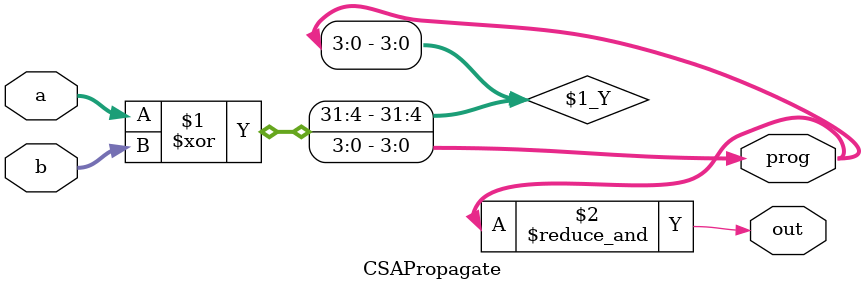
<source format=v>
/*
Module name   : carry skip adder interface
Author	      : Ziad Sherif
Functionality : execute carry skip adder logic
*/

module CSAPropagate(a,b, prog,out);
input [31:0] a,b;
output [3:0] prog;
output out;

// xor each bit from input to get all propagate bits
assign prog=a^b;
// anding each bit in propagate width
assign out=&prog;

endmodule
 
</source>
